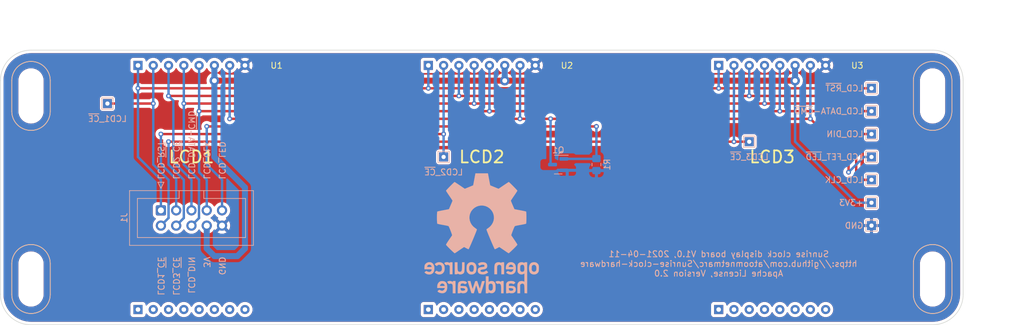
<source format=kicad_pcb>
(kicad_pcb (version 20211014) (generator pcbnew)
  (title_block (title "Sunrise clock display board") (date "2021-04-11") (rev "V1.0") (company "https://github.com/atoomnetmarc/Sunrise-clock-hardware"))
  (layers (0 "F.Cu" signal) (31 "B.Cu" signal) (34 "B.Paste" user) (35 "F.Paste" user) (36 "B.SilkS" user "B.Silkscreen") (37 "F.SilkS" user "F.Silkscreen") (38 "B.Mask" user) (39 "F.Mask" user) (44 "Edge.Cuts" user))
  (net 0 "")
  (net 1 "LCD_FET_~{LED}")
  (net 2 "GND")
  (net 3 "LCD_~{RST}")
  (net 4 "LCD_LED")
  (net 5 "+3V3")
  (net 6 "LCD_CLK")
  (net 7 "LCD_DIN")
  (net 8 "LCD_DATA-~{CMD}")
  (net 9 "LCD1_~{CE}")
  (net 10 "LCD2_~{CE}")
  (net 11 "LCD3_~{CE}")
  (footprint "Display-extra:Nokia_5110_display_module" (layer "F.Cu") (at 102.87 97.83)
    (fp_text reference "U1" (at 14.15 -24.15) (layer "F.SilkS"))
    (fp_text value "Nokia_5110_display")
    (pad "" thru_hole circle locked (at -1.27 16.47) (size 1.524 1.524) (drill 0.762) (layers *.Cu *.Mask))
    (pad "" thru_hole rect locked (at -8.89 16.47) (size 1.524 1.524) (drill 0.762) (layers *.Cu *.Mask))
    (pad "" thru_hole circle locked (at -3.81 16.47) (size 1.524 1.524) (drill 0.762) (layers *.Cu *.Mask))
    (pad "" thru_hole circle locked (at 6.35 16.47) (size 1.524 1.524) (drill 0.762) (layers *.Cu *.Mask))
    (pad "" thru_hole circle locked (at 1.27 16.47) (size 1.524 1.524) (drill 0.762) (layers *.Cu *.Mask))
    (pad "" thru_hole circle locked (at -6.35 16.47) (size 1.524 1.524) (drill 0.762) (layers *.Cu *.Mask))
    (pad "" thru_hole circle locked (at 3.81 16.47) (size 1.524 1.524) (drill 0.762) (layers *.Cu *.Mask))
    (pad "" thru_hole circle locked (at 8.89 16.47) (size 1.524 1.524) (drill 0.762) (layers *.Cu *.Mask))
    (pad "1" thru_hole rect locked (at -8.89 -24.17) (size 1.524 1.524) (drill 0.762) (layers *.Cu *.Mask) (net 3 "LCD_~{RST}"))
    (pad "2" thru_hole circle locked (at -6.35 -24.17) (size 1.524 1.524) (drill 0.762) (layers *.Cu *.Mask) (net 9 "LCD1_~{CE}"))
    (pad "3" thru_hole circle locked (at -3.81 -24.17) (size 1.524 1.524) (drill 0.762) (layers *.Cu *.Mask) (net 8 "LCD_DATA-~{CMD}"))
    (pad "4" thru_hole circle locked (at -1.27 -24.17) (size 1.524 1.524) (drill 0.762) (layers *.Cu *.Mask) (net 7 "LCD_DIN"))
    (pad "5" thru_hole circle locked (at 1.27 -24.17) (size 1.524 1.524) (drill 0.762) (layers *.Cu *.Mask) (net 6 "LCD_CLK"))
    (pad "6" thru_hole circle locked (at 3.81 -24.17) (size 1.524 1.524) (drill 0.762) (layers *.Cu *.Mask) (net 5 "+3V3"))
    (pad "7" thru_hole circle locked (at 6.35 -24.17) (size 1.524 1.524) (drill 0.762) (layers *.Cu *.Mask) (net 1 "LCD_FET_~{LED}"))
    (pad "8" thru_hole circle locked (at 8.89 -24.17) (size 1.524 1.524) (drill 0.762) (layers *.Cu *.Mask) (net 2 "GND"))
  )
  (footprint "Display-extra:Nokia_5110_display_module" (layer "F.Cu") (at 199.39 97.83)
    (fp_text reference "U3" (at 14.15 -24.15) (layer "F.SilkS"))
    (fp_text value "Nokia_5110_display")
    (pad "" thru_hole circle locked (at -1.27 16.47) (size 1.524 1.524) (drill 0.762) (layers *.Cu *.Mask))
    (pad "" thru_hole circle locked (at 6.35 16.47) (size 1.524 1.524) (drill 0.762) (layers *.Cu *.Mask))
    (pad "" thru_hole circle locked (at 8.89 16.47) (size 1.524 1.524) (drill 0.762) (layers *.Cu *.Mask))
    (pad "" thru_hole circle locked (at 1.27 16.47) (size 1.524 1.524) (drill 0.762) (layers *.Cu *.Mask))
    (pad "" thru_hole circle locked (at -3.81 16.47) (size 1.524 1.524) (drill 0.762) (layers *.Cu *.Mask))
    (pad "" thru_hole circle locked (at -6.35 16.47) (size 1.524 1.524) (drill 0.762) (layers *.Cu *.Mask))
    (pad "" thru_hole rect locked (at -8.89 16.47) (size 1.524 1.524) (drill 0.762) (layers *.Cu *.Mask))
    (pad "" thru_hole circle locked (at 3.81 16.47) (size 1.524 1.524) (drill 0.762) (layers *.Cu *.Mask))
    (pad "1" thru_hole rect locked (at -8.89 -24.17) (size 1.524 1.524) (drill 0.762) (layers *.Cu *.Mask) (net 3 "LCD_~{RST}"))
    (pad "2" thru_hole circle locked (at -6.35 -24.17) (size 1.524 1.524) (drill 0.762) (layers *.Cu *.Mask) (net 11 "LCD3_~{CE}"))
    (pad "3" thru_hole circle locked (at -3.81 -24.17) (size 1.524 1.524) (drill 0.762) (layers *.Cu *.Mask) (net 8 "LCD_DATA-~{CMD}"))
    (pad "4" thru_hole circle locked (at -1.27 -24.17) (size 1.524 1.524) (drill 0.762) (layers *.Cu *.Mask) (net 7 "LCD_DIN"))
    (pad "5" thru_hole circle locked (at 1.27 -24.17) (size 1.524 1.524) (drill 0.762) (layers *.Cu *.Mask) (net 6 "LCD_CLK"))
    (pad "6" thru_hole circle locked (at 3.81 -24.17) (size 1.524 1.524) (drill 0.762) (layers *.Cu *.Mask) (net 5 "+3V3"))
    (pad "7" thru_hole circle locked (at 6.35 -24.17) (size 1.524 1.524) (drill 0.762) (layers *.Cu *.Mask) (net 1 "LCD_FET_~{LED}"))
    (pad "8" thru_hole circle locked (at 8.89 -24.17) (size 1.524 1.524) (drill 0.762) (layers *.Cu *.Mask) (net 2 "GND"))
  )
  (footprint "Display-extra:Nokia_5110_display_module" (layer "F.Cu") (at 151.13 97.83)
    (fp_text reference "U2" (at 14.15 -24.15) (layer "F.SilkS"))
    (fp_text value "Nokia_5110_display")
    (pad "" thru_hole circle locked (at -6.35 16.47) (size 1.524 1.524) (drill 0.762) (layers *.Cu *.Mask))
    (pad "" thru_hole circle locked (at 1.27 16.47) (size 1.524 1.524) (drill 0.762) (layers *.Cu *.Mask))
    (pad "" thru_hole circle locked (at 3.81 16.47) (size 1.524 1.524) (drill 0.762) (layers *.Cu *.Mask))
    (pad "" thru_hole circle locked (at -3.81 16.47) (size 1.524 1.524) (drill 0.762) (layers *.Cu *.Mask))
    (pad "" thru_hole rect locked (at -8.89 16.47) (size 1.524 1.524) (drill 0.762) (layers *.Cu *.Mask))
    (pad "" thru_hole circle locked (at 8.89 16.47) (size 1.524 1.524) (drill 0.762) (layers *.Cu *.Mask))
    (pad "" thru_hole circle locked (at -1.27 16.47) (size 1.524 1.524) (drill 0.762) (layers *.Cu *.Mask))
    (pad "" thru_hole circle locked (at 6.35 16.47) (size 1.524 1.524) (drill 0.762) (layers *.Cu *.Mask))
    (pad "1" thru_hole rect locked (at -8.89 -24.17) (size 1.524 1.524) (drill 0.762) (layers *.Cu *.Mask) (net 3 "LCD_~{RST}"))
    (pad "2" thru_hole circle locked (at -6.35 -24.17) (size 1.524 1.524) (drill 0.762) (layers *.Cu *.Mask) (net 10 "LCD2_~{CE}"))
    (pad "3" thru_hole circle locked (at -3.81 -24.17) (size 1.524 1.524) (drill 0.762) (layers *.Cu *.Mask) (net 8 "LCD_DATA-~{CMD}"))
    (pad "4" thru_hole circle locked (at -1.27 -24.17) (size 1.524 1.524) (drill 0.762) (layers *.Cu *.Mask) (net 7 "LCD_DIN"))
    (pad "5" thru_hole circle locked (at 1.27 -24.17) (size 1.524 1.524) (drill 0.762) (layers *.Cu *.Mask) (net 6 "LCD_CLK"))
    (pad "6" thru_hole circle locked (at 3.81 -24.17) (size 1.524 1.524) (drill 0.762) (layers *.Cu *.Mask) (net 5 "+3V3"))
    (pad "7" thru_hole circle locked (at 6.35 -24.17) (size 1.524 1.524) (drill 0.762) (layers *.Cu *.Mask) (net 1 "LCD_FET_~{LED}"))
    (pad "8" thru_hole circle locked (at 8.89 -24.17) (size 1.524 1.524) (drill 0.762) (layers *.Cu *.Mask) (net 2 "GND"))
  )
  (footprint "MountingHole-extra:MountingHole_3.2mm_M3_Oval_5mm" (layer "F.Cu") (at 76.2 78.74)
    (fp_text reference "H1" hide)
    (fp_text value "MountingHole")
    (pad "" np_thru_hole oval locked (at 0 0) (size 3.2 8.2) (drill oval 3.2 8.2) (layers *.Cu *.Mask))
  )
  (footprint "MountingHole-extra:MountingHole_3.2mm_M3_Oval_5mm" (layer "F.Cu") (at 226.06 78.74)
    (fp_text reference "H2" hide)
    (fp_text value "MountingHole")
    (pad "" np_thru_hole oval locked (at 0 0) (size 3.2 8.2) (drill oval 3.2 8.2) (layers *.Cu *.Mask))
  )
  (footprint "MountingHole-extra:MountingHole_3.2mm_M3_Oval_5mm" (layer "F.Cu") (at 76.2 109.22)
    (fp_text reference "H3" hide)
    (fp_text value "MountingHole")
    (pad "" np_thru_hole oval locked (at 0 0) (size 3.2 8.2) (drill oval 3.2 8.2) (layers *.Cu *.Mask))
  )
  (footprint "MountingHole-extra:MountingHole_3.2mm_M3_Oval_5mm" (layer "F.Cu") (at 226.06 109.22)
    (fp_text reference "H4" hide)
    (fp_text value "MountingHole")
    (pad "" np_thru_hole oval locked (at 0 0) (size 3.2 8.2) (drill oval 3.2 8.2) (layers *.Cu *.Mask))
  )
  (footprint "Package_TO_SOT_SMD:SOT-23" (layer "B.Cu") (at 163.83 90.17 180)
    (fp_text reference "Q1" (at 0 2.4) (layer "B.SilkS") (effects (justify mirror)))
    (fp_text value "2N7002")
    (pad "1" smd roundrect (at -0.9375 0.95 180) (size 1.475 0.6) (layers "B.Cu" "B.Paste" "B.Mask") (net 4 "LCD_LED"))
    (pad "2" smd roundrect (at -0.9375 -0.95 180) (size 1.475 0.6) (layers "B.Cu" "B.Paste" "B.Mask") (net 2 "GND"))
    (pad "3" smd roundrect (at 0.9375 0 180) (size 1.475 0.6) (layers "B.Cu" "B.Paste" "B.Mask") (net 1 "LCD_FET_~{LED}"))
  )
  (footprint "Connector_IDC:IDC-Header_2x05_P2.54mm_Vertical" (layer "B.Cu") (at 97.79 97.79 -90)
    (fp_text reference "J1" (at 1.27 6.1 90) (layer "B.SilkS") (effects (justify mirror)))
    (fp_text value "Conn_02x05_Odd_Even")
    (pad "1" thru_hole roundrect (at 0 0 270) (size 1.7 1.7) (drill 1) (layers *.Cu *.Mask) (roundrect_rratio 0.147059) (net 3 "LCD_~{RST}"))
    (pad "2" thru_hole circle (at 2.54 0 270) (size 1.7 1.7) (drill 1) (layers *.Cu *.Mask) (net 9 "LCD1_~{CE}"))
    (pad "3" thru_hole circle (at 0 -2.54 270) (size 1.7 1.7) (drill 1) (layers *.Cu *.Mask) (net 10 "LCD2_~{CE}"))
    (pad "4" thru_hole circle (at 2.54 -2.54 270) (size 1.7 1.7) (drill 1) (layers *.Cu *.Mask) (net 11 "LCD3_~{CE}"))
    (pad "5" thru_hole circle (at 0 -5.08 270) (size 1.7 1.7) (drill 1) (layers *.Cu *.Mask) (net 8 "LCD_DATA-~{CMD}"))
    (pad "6" thru_hole circle (at 2.54 -5.08 270) (size 1.7 1.7) (drill 1) (layers *.Cu *.Mask) (net 7 "LCD_DIN"))
    (pad "7" thru_hole circle (at 0 -7.62 270) (size 1.7 1.7) (drill 1) (layers *.Cu *.Mask) (net 6 "LCD_CLK"))
    (pad "8" thru_hole circle (at 2.54 -7.62 270) (size 1.7 1.7) (drill 1) (layers *.Cu *.Mask) (net 5 "+3V3"))
    (pad "9" thru_hole circle (at 0 -10.16 270) (size 1.7 1.7) (drill 1) (layers *.Cu *.Mask) (net 4 "LCD_LED"))
    (pad "10" thru_hole circle (at 2.54 -10.16 270) (size 1.7 1.7) (drill 1) (layers *.Cu *.Mask) (net 2 "GND"))
  )
  (footprint "Resistor_SMD:R_0805_2012Metric_Pad1.20x1.40mm_HandSolder" (layer "B.Cu") (at 170.18 90.17 -90)
    (fp_text reference "R1" (at 0 -1.778 -90) (layer "B.SilkS") (effects (justify mirror)))
    (fp_text value "100k")
    (pad "1" smd roundrect (at -1 0 270) (size 1.2 1.4) (layers "B.Cu" "B.Paste" "B.Mask") (roundrect_rratio 0.208333) (net 4 "LCD_LED"))
    (pad "2" smd roundrect (at 1 0 270) (size 1.2 1.4) (layers "B.Cu" "B.Paste" "B.Mask") (roundrect_rratio 0.208333) (net 2 "GND"))
  )
  (footprint "TestPoint:TestPoint_THTPad_1.5x1.5mm_Drill0.7mm" (layer "B.Cu") (at 215.9 77.47)
    (fp_text reference "TP1" hide)
    (fp_text value "TestPoint")
    (pad "1" thru_hole rect (at 0 0) (size 1.5 1.5) (drill 0.7) (layers *.Cu *.Mask) (net 3 "LCD_~{RST}"))
  )
  (footprint "TestPoint:TestPoint_THTPad_1.5x1.5mm_Drill0.7mm" (layer "B.Cu") (at 88.9 80.01)
    (fp_text reference "TP2" hide)
    (fp_text value "TestPoint")
    (pad "1" thru_hole rect (at 0 0) (size 1.5 1.5) (drill 0.7) (layers *.Cu *.Mask) (net 9 "LCD1_~{CE}"))
  )
  (footprint "TestPoint:TestPoint_THTPad_1.5x1.5mm_Drill0.7mm" (layer "B.Cu") (at 144.78 88.9)
    (fp_text reference "TP3" hide)
    (fp_text value "TestPoint")
    (pad "1" thru_hole rect (at 0 0) (size 1.5 1.5) (drill 0.7) (layers *.Cu *.Mask) (net 10 "LCD2_~{CE}"))
  )
  (footprint "TestPoint:TestPoint_THTPad_1.5x1.5mm_Drill0.7mm" (layer "B.Cu") (at 195.58 86.36)
    (fp_text reference "TP4" hide)
    (fp_text value "TestPoint")
    (pad "1" thru_hole rect (at 0 0) (size 1.5 1.5) (drill 0.7) (layers *.Cu *.Mask) (net 11 "LCD3_~{CE}"))
  )
  (footprint "TestPoint:TestPoint_THTPad_1.5x1.5mm_Drill0.7mm" (layer "B.Cu") (at 215.9 81.28)
    (fp_text reference "TP5" hide)
    (fp_text value "TestPoint")
    (pad "1" thru_hole rect (at 0 0) (size 1.5 1.5) (drill 0.7) (layers *.Cu *.Mask) (net 8 "LCD_DATA-~{CMD}"))
  )
  (footprint "TestPoint:TestPoint_THTPad_1.5x1.5mm_Drill0.7mm" (layer "B.Cu") (at 215.9 85.09)
    (fp_text reference "TP6" hide)
    (fp_text value "TestPoint")
    (pad "1" thru_hole rect (at 0 0) (size 1.5 1.5) (drill 0.7) (layers *.Cu *.Mask) (net 7 "LCD_DIN"))
  )
  (footprint "TestPoint:TestPoint_THTPad_1.5x1.5mm_Drill0.7mm" (layer "B.Cu") (at 215.9 92.71)
    (fp_text reference "TP7" hide)
    (fp_text value "TestPoint")
    (pad "1" thru_hole rect (at 0 0) (size 1.5 1.5) (drill 0.7) (layers *.Cu *.Mask) (net 6 "LCD_CLK"))
  )
  (footprint "TestPoint:TestPoint_THTPad_1.5x1.5mm_Drill0.7mm" (layer "B.Cu") (at 215.9 88.9)
    (fp_text reference "TP8" hide)
    (fp_text value "TestPoint")
    (pad "1" thru_hole rect (at 0 0) (size 1.5 1.5) (drill 0.7) (layers *.Cu *.Mask) (net 1 "LCD_FET_~{LED}"))
  )
  (footprint "TestPoint:TestPoint_THTPad_1.5x1.5mm_Drill0.7mm" (layer "B.Cu") (at 215.9 96.52)
    (fp_text reference "TP9" hide)
    (fp_text value "TestPoint")
    (pad "1" thru_hole rect (at 0 0) (size 1.5 1.5) (drill 0.7) (layers *.Cu *.Mask) (net 5 "+3V3"))
  )
  (footprint "TestPoint:TestPoint_THTPad_1.5x1.5mm_Drill0.7mm" (layer "B.Cu") (at 215.9 100.33)
    (fp_text reference "TP10" hide)
    (fp_text value "TestPoint")
    (pad "1" thru_hole rect (at 0 0) (size 1.5 1.5) (drill 0.7) (layers *.Cu *.Mask) (net 2 "GND"))
  )
  (footprint "Symbol:OSHW-Logo_19x20mm_SilkScreen" (layer "B.Cu") (at 151.13 101.6 180)
    (fp_text reference "LOGO1" hide)
    (fp_text value "Logo_Open_Hardware_Large" hide)
  )
  (gr_line (start 226.06 71.12) (end 76.2 71.12) (layer "Edge.Cuts") (width 0.1))
  (gr_arc (start 226.06 71.12) (mid 229.652102 72.607898) (end 231.14 76.2) (layer "Edge.Cuts") (width 0.1))
  (gr_arc (start 76.2 116.84) (mid 72.607898 115.352102) (end 71.12 111.76) (layer "Edge.Cuts") (width 0.1))
  (gr_line (start 76.2 116.84) (end 226.06 116.84) (layer "Edge.Cuts") (width 0.1))
  (gr_arc (start 71.12 76.2) (mid 72.607898 72.607898) (end 76.2 71.12) (layer "Edge.Cuts") (width 0.1))
  (gr_arc (start 231.14 111.76) (mid 229.652102 115.352102) (end 226.06 116.84) (layer "Edge.Cuts") (width 0.1))
  (gr_line (start 71.12 76.2) (end 71.12 111.76) (layer "Edge.Cuts") (width 0.1))
  (gr_line (start 231.14 111.76) (end 231.14 76.2) (layer "Edge.Cuts") (width 0.1))
  (gr_text "LCD2_~{CE}" (at 100.33 92.71 270) (layer "B.SilkS") (effects (font (size 1 1)) (justify left mirror)))
  (gr_text "LCD_DATA-~{CMD}" (at 102.87 92.71 270) (layer "B.SilkS") (effects (font (size 1 1)) (justify left mirror)))
  (gr_text "LCD_CLK" (at 105.41 92.71 270) (layer "B.SilkS") (effects (font (size 1 1)) (justify left mirror)))
  (gr_text "LCD_LED" (at 107.95 92.71 270) (layer "B.SilkS") (effects (font (size 1 1)) (justify left mirror)))
  (gr_text "GND" (at 107.95 105.41 270) (layer "B.SilkS") (effects (font (size 1 1)) (justify right mirror)))
  (gr_text "3V" (at 105.41 105.41 -90) (layer "B.SilkS") (effects (font (size 1 1)) (justify right mirror)))
  (gr_text "LCD_DIN" (at 102.87 105.41 -90) (layer "B.SilkS") (effects (font (size 1 1)) (justify right mirror)))
  (gr_text "LCD3_~{CE}" (at 100.33 105.41 -90) (layer "B.SilkS") (effects (font (size 1 1)) (justify right mirror)))
  (gr_text "LCD1_~{CE}" (at 97.79 105.41 -90) (layer "B.SilkS") (effects (font (size 1 1)) (justify right mirror)))
  (gr_text "Sunrise clock display board V1.0, 2021-04-11\nhttps://github.com/atoomnetmarc/Sunrise-clock-hardware\nApache License, Version 2.0" (at 190.5 106.68) (layer "B.SilkS") (effects (font (size 1 1)) (justify mirror)))
  (gr_text "LCD2_~{CE}" (at 144.78 91.44) (layer "B.SilkS") (effects (font (size 1 1)) (justify mirror)))
  (gr_text "LCD3_~{CE}" (at 195.58 88.9) (layer "B.SilkS") (effects (font (size 1 1)) (justify mirror)))
  (gr_text "LCD_~{RST}" (at 214.63 77.47) (layer "B.SilkS") (effects (font (size 1 1)) (justify left mirror)))
  (gr_text "LCD_DATA-~{CMD}" (at 214.63 81.28) (layer "B.SilkS") (effects (font (size 1 1)) (justify left mirror)))
  (gr_text "LCD_DIN" (at 214.63 85.09) (layer "B.SilkS") (effects (font (size 1 1)) (justify left mirror)))
  (gr_text "LCD_FET_~{LED}" (at 214.63 88.9) (layer "B.SilkS") (effects (font (size 1 1)) (justify left mirror)))
  (gr_text "LCD_CLK" (at 214.63 92.71) (layer "B.SilkS") (effects (font (size 1 1)) (justify left mirror)))
  (gr_text "+3V3" (at 214.63 96.52) (layer "B.SilkS") (effects (font (size 1 1)) (justify left mirror)))
  (gr_text "GND" (at 214.63 100.33) (layer "B.SilkS") (effects (font (size 1 1)) (justify left mirror)))
  (gr_text "LCD_~{RST}" (at 97.79 92.71 270) (layer "B.SilkS") (effects (font (size 1 1)) (justify left mirror)))
  (gr_text "LCD1_~{CE}" (at 88.9 82.55) (layer "B.SilkS") (effects (font (size 1 1)) (justify mirror)))
  (gr_text "LCD1" (at 102.87 88.9) (layer "F.SilkS") (effects (font (size 2 2) (thickness 0.3))))
  (gr_text "LCD3" (at 199.39 88.9) (layer "F.SilkS") (effects (font (size 2 2) (thickness 0.3))))
  (gr_text "LCD2" (at 151.13 88.9) (layer "F.SilkS") (effects (font (size 2 2) (thickness 0.3))))
  (segment (start 212.09 88.9) (end 212.09 91.44) (width 0.4) (layer "F.Cu") (net 1))
  (segment (start 109.22 82.55) (end 162.56 82.55) (width 0.4) (layer "F.Cu") (net 1))
  (segment (start 205.74 82.55) (end 212.09 88.9) (width 0.4) (layer "F.Cu") (net 1))
  (segment (start 162.56 82.55) (end 205.74 82.55) (width 0.4) (layer "F.Cu") (net 1))
  (via (at 212.09 91.44) (size 0.8) (drill 0.4) (layers "F.Cu" "B.Cu") (net 1))
  (via (at 109.22 82.55) (size 0.8) (drill 0.4) (layers "F.Cu" "B.Cu") (net 1))
  (via (at 162.56 82.55) (size 0.8) (drill 0.4) (layers "F.Cu" "B.Cu") (net 1))
  (via (at 205.74 82.55) (size 0.8) (drill 0.4) (layers "F.Cu" "B.Cu") (net 1))
  (via (at 157.48 82.55) (size 0.8) (drill 0.4) (layers "F.Cu" "B.Cu") (net 1))
  (segment (start 162.33 90.17) (end 162.56 89.94) (width 0.4) (layer "B.Cu") (net 1))
  (segment (start 214.63 88.9) (end 212.09 91.44) (width 0.4) (layer "B.Cu") (net 1))
  (segment (start 157.48 73.66) (end 157.48 82.55) (width 0.4) (layer "B.Cu") (net 1))
  (segment (start 205.74 82.55) (end 205.74 73.66) (width 0.4) (layer "B.Cu") (net 1))
  (segment (start 162.56 89.94) (end 162.56 82.55) (width 0.4) (layer "B.Cu") (net 1))
  (segment (start 215.9 88.9) (end 214.63 88.9) (width 0.4) (layer "B.Cu") (net 1))
  (segment (start 109.22 73.66) (end 109.22 82.55) (width 0.4) (layer "B.Cu") (net 1))
  (segment (start 93.98 77.47) (end 190.5 77.47) (width 0.4) (layer "F.Cu") (net 3))
  (segment (start 190.5 77.47) (end 215.9 77.47) (width 0.4) (layer "F.Cu") (net 3))
  (via (at 93.98 77.47) (size 0.8) (drill 0.4) (layers "F.Cu" "B.Cu") (net 3))
  (via (at 190.5 77.47) (size 0.8) (drill 0.4) (layers "F.Cu" "B.Cu") (net 3))
  (via (at 142.24 77.47) (size 0.8) (drill 0.4) (layers "F.Cu" "B.Cu") (net 3))
  (segment (start 93.98 88.9) (end 93.98 83.82) (width 0.4) (layer "B.Cu") (net 3))
  (segment (start 190.5 77.47) (end 190.5 73.66) (width 0.4) (layer "B.Cu") (net 3))
  (segment (start 142.24 73.66) (end 142.24 77.47) (width 0.4) (layer "B.Cu") (net 3))
  (segment (start 97.79 92.71) (end 93.98 88.9) (width 0.4) (layer "B.Cu") (net 3))
  (segment (start 97.79 97.79) (end 97.79 92.71) (width 0.4) (layer "B.Cu") (net 3))
  (segment (start 93.98 73.66) (end 93.98 77.47) (width 0.4) (layer "B.Cu") (net 3))
  (segment (start 93.98 83.82) (end 93.98 77.47) (width 0.4) (layer "B.Cu") (net 3))
  (segment (start 105.41 83.82) (end 170.18 83.82) (width 0.4) (layer "F.Cu") (net 4))
  (via (at 170.18 83.82) (size 0.8) (drill 0.4) (layers "F.Cu" "B.Cu") (net 4))
  (via (at 105.41 83.82) (size 0.8) (drill 0.4) (layers "F.Cu" "B.Cu") (net 4))
  (segment (start 170.18 83.82) (end 170.18 89.17) (width 0.4) (layer "B.Cu") (net 4))
  (segment (start 105.41 90.17) (end 105.41 83.82) (width 0.4) (layer "B.Cu") (net 4))
  (segment (start 170.13 89.22) (end 170.18 89.17) (width 0.4) (layer "B.Cu") (net 4))
  (segment (start 165.33 89.22) (end 170.13 89.22) (width 0.4) (layer "B.Cu") (net 4))
  (segment (start 107.95 92.71) (end 105.41 90.17) (width 0.4) (layer "B.Cu") (net 4))
  (segment (start 107.95 97.79) (end 107.95 92.71) (width 0.4) (layer "B.Cu") (net 4))
  (segment (start 106.68 76.2) (end 203.2 76.2) (width 1) (layer "F.Cu") (net 5))
  (via (at 106.68 76.2) (size 1.6) (drill 0.8) (layers "F.Cu" "B.Cu") (net 5))
  (via (at 203.2 76.2) (size 1.6) (drill 0.8) (layers "F.Cu" "B.Cu") (net 5))
  (via (at 154.94 76.2) (size 1.6) (drill 0.8) (layers "F.Cu" "B.Cu") (net 5))
  (segment (start 203.2 76.2) (end 203.2 86.36) (width 0.4) (layer "B.Cu") (net 5))
  (segment (start 154.94 73.66) (end 154.94 76.2) (width 1) (layer "B.Cu") (net 5))
  (segment (start 110.49 105.41) (end 106.68 105.41) (width 1) (layer "B.Cu") (net 5))
  (segment (start 203.2 86.36) (end 213.36 96.52) (width 0.4) (layer "B.Cu") (net 5))
  (segment (start 106.68 76.2) (end 106.68 88.9) (width 1) (layer "B.Cu") (net 5))
  (segment (start 106.68 88.9) (end 111.76 93.98) (width 1) (layer "B.Cu") (net 5))
  (segment (start 106.68 105.41) (end 105.41 104.14) (width 1) (layer "B.Cu") (net 5))
  (segment (start 203.2 73.66) (end 203.2 76.2) (width 1) (layer "B.Cu") (net 5))
  (segment (start 111.76 93.98) (end 111.76 104.14) (width 1) (layer "B.Cu") (net 5))
  (segment (start 105.41 104.14) (end 105.41 100.33) (width 1) (layer "B.Cu") (net 5))
  (segment (start 111.76 104.14) (end 110.49 105.41) (width 1) (layer "B.Cu") (net 5))
  (segment (start 106.68 73.66) (end 106.68 76.2) (width 1) (layer "B.Cu") (net 5))
  (segment (start 213.36 96.52) (end 215.9 96.52) (width 0.4) (layer "B.Cu") (net 5))
  (segment (start 214.63 92.71) (end 215.9 92.71) (width 0.4) (layer "F.Cu") (net 6))
  (segment (start 200.66 81.28) (end 207.01 81.28) (width 0.4) (layer "F.Cu") (net 6))
  (segment (start 200.66 81.28) (end 104.14 81.28) (width 0.4) (layer "F.Cu") (net 6))
  (segment (start 213.36 91.44) (end 214.63 92.71) (width 0.4) (layer "F.Cu") (net 6))
  (segment (start 213.36 87.63) (end 213.36 91.44) (width 0.4) (layer "F.Cu") (net 6))
  (segment (start 104.14 81.28) (end 104.14 81.279988) (width 0.4) (layer "F.Cu") (net 6))
  (segment (start 207.01 81.28) (end 213.36 87.63) (width 0.4) (layer "F.Cu") (net 6))
  (via (at 104.14 81.279988) (size 0.8) (drill 0.4) (layers "F.Cu" "B.Cu") (net 6))
  (via (at 200.66 81.28) (size 0.8) (drill 0.4) (layers "F.Cu" "B.Cu") (net 6))
  (via (at 152.4 81.28) (size 0.8) (drill 0.4) (layers "F.Cu" "B.Cu") (net 6))
  (segment (start 105.41 92.71) (end 104.14 91.44) (width 0.4) (layer "B.Cu") (net 6))
  (segment (start 104.14 91.44) (end 104.14 81.279988) (width 0.4) (layer "B.Cu") (net 6))
  (segment (start 105.41 97.79) (end 105.41 92.71) (width 0.4) (layer "B.Cu") (net 6))
  (segment (start 104.14 73.66) (end 104.14 81.28) (width 0.4) (layer "B.Cu") (net 6))
  (segment (start 152.4 73.66) (end 152.4 81.28) (width 0.4) (layer "B.Cu") (net 6))
  (segment (start 200.66 73.66) (end 200.66 81.28) (width 0.4) (layer "B.Cu") (net 6))
  (segment (start 104.14 81.28) (end 104.14 81.279988) (width 0.4) (layer "B.Cu") (net 6))
  (segment (start 214.63 85.09) (end 215.9 85.09) (width 0.4) (layer "F.Cu") (net 7))
  (segment (start 101.6 80.01) (end 198.12 80.01) (width 0.4) (layer "F.Cu") (net 7))
  (segment (start 209.55 80.01) (end 214.63 85.09) (width 0.4) (layer "F.Cu") (net 7))
  (segment (start 198.12 80.01) (end 209.55 80.01) (width 0.4) (layer "F.Cu") (net 7))
  (via (at 101.6 80.01) (size 0.8) (drill 0.4) (layers "F.Cu" "B.Cu") (net 7))
  (via (at 198.12 80.01) (size 0.8) (drill 0.4) (layers "F.Cu" "B.Cu") (net 7))
  (via (at 149.86 80.01) (size 0.8) (drill 0.4) (layers "F.Cu" "B.Cu") (net 7))
  (segment (start 198.12 80.01) (end 198.12 73.66) (width 0.4) (layer "B.Cu") (net 7))
  (segment (start 101.6 80.01) (end 101.6 90.17) (width 0.4) (layer "B.Cu") (net 7))
  (segment (start 104.120001 92.690001) (end 104.120001 99.079999) (width 0.4) (layer "B.Cu") (net 7))
  (segment (start 101.6 90.17) (end 104.120001 92.690001) (width 0.4) (layer "B.Cu") (net 7))
  (segment (start 149.86 73.66) (end 149.86 80.01) (width 0.4) (layer "B.Cu") (net 7))
  (segment (start 101.6 73.66) (end 101.6 80.01) (width 0.4) (layer "B.Cu") (net 7))
  (segment (start 104.120001 99.079999) (end 102.87 100.33) (width 0.4) (layer "B.Cu") (net 7))
  (segment (start 195.58 78.74) (end 212.09 78.74) (width 0.4) (layer "F.Cu") (net 8))
  (segment (start 195.58 78.74) (end 99.06 78.74) (width 0.4) (layer "F.Cu") (net 8))
  (segment (start 212.09 78.74) (end 214.63 81.28) (width 0.4) (layer "F.Cu") (net 8))
  (segment (start 214.63 81.28) (end 215.9 81.28) (width 0.4) (layer "F.Cu") (net 8))
  (via (at 147.32 78.74) (size 0.8) (drill 0.4) (layers "F.Cu" "B.Cu") (net 8))
  (via (at 195.58 78.74) (size 0.8) (drill 0.4) (layers "F.Cu" "B.Cu") (net 8))
  (via (at 99.06 78.74) (size 0.8) (drill 0.4) (layers "F.Cu" "B.Cu") (net 8))
  (segment (start 102.87 92.71) (end 102.87 97.79) (width 0.4) (layer "B.Cu") (net 8))
  (segment (start 99.860001 89.700001) (end 102.87 92.71) (width 0.4) (layer "B.Cu") (net 8))
  (segment (start 99.860001 79.540001) (end 99.860001 89.700001) (width 0.4) (layer "B.Cu") (net 8))
  (segment (start 147.32 73.66) (end 147.32 78.74) (width 0.4) (layer "B.Cu") (net 8))
  (segment (start 99.06 78.74) (end 99.06 73.66) (width 0.4) (layer "B.Cu") (net 8))
  (segment (start 195.58 73.66) (end 195.58 78.74) (width 0.4) (layer "B.Cu") (net 8))
  (segment (start 99.06 78.74) (end 99.860001 79.540001) (width 0.4) (layer "B.Cu") (net 8))
  (segment (start 88.9 80.01) (end 96.52 80.01) (width 0.4) (layer "F.Cu") (net 9))
  (via (at 96.52 80.01) (size 0.8) (drill 0.4) (layers "F.Cu" "B.Cu") (net 9))
  (segment (start 99.06 99.06) (end 97.79 100.33) (width 0.4) (layer "B.Cu") (net 9))
  (segment (start 99.06 92.71) (end 99.06 99.06) (width 0.4) (layer "B.Cu") (net 9))
  (segment (start 96.52 73.66) (end 96.52 90.17) (width 0.4) (layer "B.Cu") (net 9))
  (segment (start 96.52 90.17) (end 99.06 92.71) (width 0.4) (layer "B.Cu") (net 9))
  (segment (start 144.78 85.09) (end 97.79 85.09) (width 0.4) (layer "F.Cu") (net 10))
  (via (at 144.78 85.09) (size 0.8) (drill 0.4) (layers "F.Cu" "B.Cu") (net 10))
  (via (at 97.79 85.09) (size 0.8) (drill 0.4) (layers "F.Cu" "B.Cu") (net 10))
  (segment (start 97.79 85.09) (end 97.79 90.064636) (width 0.4) (layer "B.Cu") (net 10))
  (segment (start 144.78 73.66) (end 144.78 85.09) (width 0.4) (layer "B.Cu") (net 10))
  (segment (start 100.33 92.604636) (end 100.33 97.79) (width 0.4) (layer "B.Cu") (net 10))
  (segment (start 144.78 85.09) (end 144.78 88.9) (width 0.4) (layer "B.Cu") (net 10))
  (segment (start 97.79 90.064636) (end 100.33 92.604636) (width 0.4) (layer "B.Cu") (net 10))
  (segment (start 193.04 86.36) (end 195.58 86.36) (width 0.4) (layer "F.Cu") (net 11))
  (segment (start 193.04 86.36) (end 99.06 86.36) (width 0.4) (layer "F.Cu") (net 11))
  (via (at 99.06 86.36) (size 0.8) (drill 0.4) (layers "F.Cu" "B.Cu") (net 11))
  (via (at 193.04 86.36) (size 0.8) (drill 0.4) (layers "F.Cu" "B.Cu") (net 11))
  (segment (start 101.6 99.06) (end 100.33 100.33) (width 0.4) (layer "B.Cu") (net 11))
  (segment (start 99.06 86.36) (end 99.06 90.17) (width 0.4) (layer "B.Cu") (net 11))
  (segment (start 193.04 73.66) (end 193.04 86.36) (width 0.4) (layer "B.Cu") (net 11))
  (segment (start 101.6 92.71) (end 101.6 99.06) (width 0.4) (layer "B.Cu") (net 11))
  (segment (start 99.06 90.17) (end 101.6 92.71) (width 0.4) (layer "B.Cu") (net 11))
  (zone (net 2) (net_name "GND") (layer "F.Cu") (connect_pads (clearance 0.508)) (min_thickness 0.254) (fill yes (thermal_gap 0.508) (thermal_bridge_width 0.508))
    (polygon (pts (xy 231.14 116.84) (xy 71.12 116.84) (xy 71.12 71.12) (xy 231.14 71.12)))
  )
  (zone (net 2) (net_name "GND") (layer "B.Cu") (connect_pads (clearance 0.508)) (min_thickness 0.254) (fill yes (thermal_gap 0.508) (thermal_bridge_width 0.508))
    (polygon (pts (xy 231.14 116.84) (xy 71.12 116.84) (xy 71.12 71.12) (xy 231.14 71.12)))
  )
)
</source>
